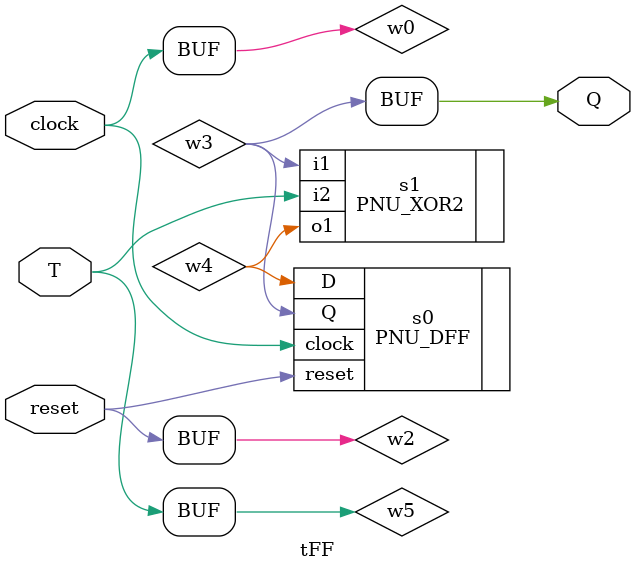
<source format=v>
module tFF(clock,Q,reset,T);

input clock;
output Q;
input reset;
input T;

wire  w0;
wire  w2;
wire  w4;
wire  w3;
wire  w5;

assign w0 = clock;
assign Q = w3;
assign w2 = reset;
assign w5 = T;

PNU_DFF
     s0 (
      .clock(w0),
      .reset(w2),
      .D(w4),
      .Q(w3));

PNU_XOR2
     s1 (
      .o1(w4),
      .i1(w3),
      .i2(w5));

endmodule


</source>
